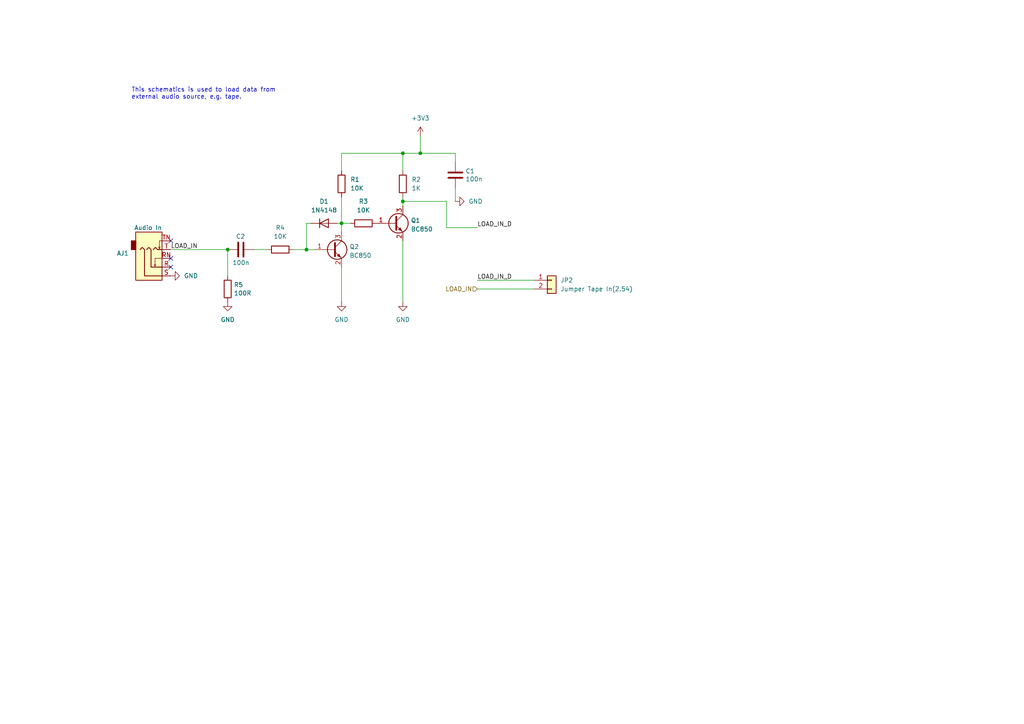
<source format=kicad_sch>
(kicad_sch (version 20250114) (generator "eeschema") (generator_version "9.0")
  (paper "A4")
  (title_block (title "MiniFRANK RM1") (date "2025-03-04") (rev "2.01") (company "Mikhail Matveev") (comment 1 "https://github.com/xtremespb/frank"))
  (lib_symbols
    (symbol "BC850_1" (pin_names (offset 0) (hide yes))
      (property "Reference" "Q" (at 5.08 1.905 0))
      (property "Value" "BC850" (at 5.08 0 0))
      (symbol "BC850_1_0_1"
        (polyline (pts (xy -2.54 0) (xy 0.635 0)))
        (polyline (pts (xy 0.635 1.905) (xy 0.635 -1.905)) (stroke (width 0.508)))
        (circle (center 1.27 0) (radius 2.8194) (stroke (width 0.254)))
      )
      (symbol "BC850_1_1_1"
        (polyline (pts (xy 0.635 0.635) (xy 2.54 2.54)))
        (polyline (pts (xy 0.635 -0.635) (xy 2.54 -2.54)))
        (polyline (pts (xy 1.27 -1.778) (xy 1.778 -1.27) (xy 2.286 -2.286) (xy 1.27 -1.778)) (fill (type outline)))
        (pin input line (at -5.08 0 0) (length 2.54) (name "B") (number "1"))
        (pin passive line (at 2.54 5.08 270) (length 2.54) (name "C") (number "3"))
        (pin passive line (at 2.54 -5.08 90) (length 2.54) (name "E") (number "2"))
      )
    )
    (symbol "Connector_Generic:Conn_01x02" (pin_names (offset 1.016) (hide yes))
      (property "Reference" "J" (at 0 2.54 0))
      (property "Value" "Conn_01x02" (at 0 -5.08 0))
      (symbol "Conn_01x02_1_1"
        (rectangle (start -1.27 1.27) (end 1.27 -3.81) (stroke (width 0.254)) (fill (type background)))
        (rectangle (start -1.27 0.127) (end 0 -0.127) (stroke (width 0.1524)))
        (rectangle (start -1.27 -2.413) (end 0 -2.667) (stroke (width 0.1524)))
        (pin passive line (at -5.08 0 0) (length 3.81) (name "Pin_1") (number "1"))
        (pin passive line (at -5.08 -2.54 0) (length 3.81) (name "Pin_2") (number "2"))
      )
    )
    (symbol "Device:C" (pin_numbers (hide yes)) (pin_names (offset 0.254))
      (property "Reference" "C" (at 0.635 2.54 0))
      (property "Value" "C" (at 0.635 -2.54 0))
      (symbol "C_0_1"
        (polyline (pts (xy -2.032 0.762) (xy 2.032 0.762)) (stroke (width 0.508)))
        (polyline (pts (xy -2.032 -0.762) (xy 2.032 -0.762)) (stroke (width 0.508)))
      )
      (symbol "C_1_1"
        (pin passive line (at 0 3.81 270) (length 2.794) (name "~") (number "1"))
        (pin passive line (at 0 -3.81 90) (length 2.794) (name "~") (number "2"))
      )
    )
    (symbol "Device:D" (pin_numbers (hide yes)) (pin_names (offset 1.016) (hide yes))
      (property "Reference" "D" (at 0 2.54 0))
      (property "Value" "D" (at 0 -2.54 0))
      (symbol "D_0_1"
        (polyline (pts (xy -1.27 1.27) (xy -1.27 -1.27)) (stroke (width 0.254)))
        (polyline (pts (xy 1.27 1.27) (xy 1.27 -1.27) (xy -1.27 0) (xy 1.27 1.27)) (stroke (width 0.254)))
        (polyline (pts (xy 1.27 0) (xy -1.27 0)))
      )
      (symbol "D_1_1"
        (pin passive line (at -3.81 0 0) (length 2.54) (name "K") (number "1"))
        (pin passive line (at 3.81 0 180) (length 2.54) (name "A") (number "2"))
      )
    )
    (symbol "Device:R" (pin_numbers (hide yes)) (pin_names (offset 0))
      (property "Reference" "R" (at 2.032 0 90))
      (property "Value" "R" (at 0 0 90))
      (symbol "R_0_1"
        (rectangle (start -1.016 -2.54) (end 1.016 2.54) (stroke (width 0.254)))
      )
      (symbol "R_1_1"
        (pin passive line (at 0 3.81 270) (length 1.27) (name "~") (number "1"))
        (pin passive line (at 0 -3.81 90) (length 1.27) (name "~") (number "2"))
      )
    )
    (symbol "FRANK:AudioJack_3.5mm"
      (property "Reference" "AJ2" (at -7.1119 -4.0097 0))
      (symbol "AudioJack_3.5mm_0_1"
        (rectangle (start -5.08 -5.08) (end -6.35 -7.62) (stroke (width 0.254)) (fill (type outline)))
        (polyline (pts (xy -1.905 -5.08) (xy -1.27 -5.715) (xy -0.635 -5.08) (xy -0.635 0) (xy 2.54 0)) (stroke (width 0.254)))
        (polyline (pts (xy 0 -5.08) (xy 0.635 -5.715) (xy 1.27 -5.08) (xy 2.54 -5.08)) (stroke (width 0.254)))
        (polyline (pts (xy 0.508 -0.254) (xy 0.762 -0.762)))
        (polyline (pts (xy 1.778 -5.334) (xy 2.032 -5.842)))
        (rectangle (start 2.54 3.81) (end -5.08 -10.16) (stroke (width 0.254)) (fill (type background)))
        (polyline (pts (xy 2.54 2.54) (xy -2.54 2.54) (xy -2.54 -5.08) (xy -3.175 -5.715) (xy -3.81 -5.08)) (stroke (width 0.254)))
        (polyline (pts (xy 2.54 -2.54) (xy 0.508 -2.54) (xy 0.508 -0.254) (xy 0.254 -0.762)))
        (polyline (pts (xy 2.54 -7.62) (xy 1.778 -7.62) (xy 1.778 -5.334) (xy 1.524 -5.842)))
      )
      (symbol "AudioJack_3.5mm_1_1"
        (pin passive line (at 5.08 2.54 180) (length 2.54) (name "~") (number "S"))
        (pin passive line (at 5.08 0 180) (length 2.54) (name "~") (number "R"))
        (pin passive line (at 5.08 -2.54 180) (length 2.54) (name "~") (number "RN"))
        (pin passive line (at 5.08 -5.08 180) (length 2.54) (name "~") (number "T"))
        (pin passive line (at 5.08 -7.62 180) (length 2.54) (name "~") (number "TN"))
      )
    )
    (symbol "GND_1" (power) (pin_numbers (hide yes)) (pin_names (offset 0) (hide yes))
      (property "Value" "GND" (at 0 -3.81 0))
      (symbol "GND_1_0_1"
        (polyline (pts (xy 0 0) (xy 0 -1.27) (xy 1.27 -1.27) (xy 0 -2.54) (xy -1.27 -1.27) (xy 0 -1.27)))
      )
      (symbol "GND_1_1_1"
        (pin power_in line (at 0 0 270) (length 0) (name "~") (number "1"))
      )
    )
    (symbol "GND_2" (power) (pin_numbers (hide yes)) (pin_names (offset 0) (hide yes))
      (property "Value" "GND" (at 0 -3.81 0))
      (symbol "GND_2_0_1"
        (polyline (pts (xy 0 0) (xy 0 -1.27) (xy 1.27 -1.27) (xy 0 -2.54) (xy -1.27 -1.27) (xy 0 -1.27)))
      )
      (symbol "GND_2_1_1"
        (pin power_in line (at 0 0 270) (length 0) (name "~") (number "1"))
      )
    )
    (symbol "GND_3" (power) (pin_numbers (hide yes)) (pin_names (offset 0) (hide yes))
      (property "Value" "GND" (at 0 -3.81 0))
      (symbol "GND_3_0_1"
        (polyline (pts (xy 0 0) (xy 0 -1.27) (xy 1.27 -1.27) (xy 0 -2.54) (xy -1.27 -1.27) (xy 0 -1.27)))
      )
      (symbol "GND_3_1_1"
        (pin power_in line (at 0 0 270) (length 0) (name "~") (number "1"))
      )
    )
    (symbol "GND_4" (power) (pin_numbers (hide yes)) (pin_names (offset 0) (hide yes))
      (property "Value" "GND" (at 0 -3.81 0))
      (symbol "GND_4_0_1"
        (polyline (pts (xy 0 0) (xy 0 -1.27) (xy 1.27 -1.27) (xy 0 -2.54) (xy -1.27 -1.27) (xy 0 -1.27)))
      )
      (symbol "GND_4_1_1"
        (pin power_in line (at 0 0 270) (length 0) (name "~") (number "1"))
      )
    )
    (symbol "Transistor_BJT:BC850" (pin_names (offset 0) (hide yes))
      (property "Reference" "Q" (at 5.08 1.905 0))
      (property "Value" "BC850" (at 5.08 0 0))
      (symbol "BC850_0_1"
        (polyline (pts (xy -2.54 0) (xy 0.635 0)))
        (polyline (pts (xy 0.635 1.905) (xy 0.635 -1.905)) (stroke (width 0.508)))
        (circle (center 1.27 0) (radius 2.8194) (stroke (width 0.254)))
      )
      (symbol "BC850_1_1"
        (polyline (pts (xy 0.635 0.635) (xy 2.54 2.54)))
        (polyline (pts (xy 0.635 -0.635) (xy 2.54 -2.54)))
        (polyline (pts (xy 1.27 -1.778) (xy 1.778 -1.27) (xy 2.286 -2.286) (xy 1.27 -1.778)) (fill (type outline)))
        (pin input line (at -5.08 0 0) (length 2.54) (name "B") (number "1"))
        (pin passive line (at 2.54 5.08 270) (length 2.54) (name "C") (number "3"))
        (pin passive line (at 2.54 -5.08 90) (length 2.54) (name "E") (number "2"))
      )
    )
    (symbol "power:+3V3" (power) (pin_numbers (hide yes)) (pin_names (offset 0) (hide yes))
      (property "Value" "+3V3" (at 0 3.556 0))
      (symbol "+3V3_0_1"
        (polyline (pts (xy -0.762 1.27) (xy 0 2.54)))
        (polyline (pts (xy 0 2.54) (xy 0.762 1.27)))
        (polyline (pts (xy 0 0) (xy 0 2.54)))
      )
      (symbol "+3V3_1_1"
        (pin power_in line (at 0 0 90) (length 0) (name "~") (number "1"))
      )
    )
    (symbol "power:GND" (power) (pin_numbers (hide yes)) (pin_names (offset 0) (hide yes))
      (property "Value" "GND" (at 0 -3.81 0))
      (symbol "GND_0_1"
        (polyline (pts (xy 0 0) (xy 0 -1.27) (xy 1.27 -1.27) (xy 0 -2.54) (xy -1.27 -1.27) (xy 0 -1.27)))
      )
      (symbol "GND_1_1"
        (pin power_in line (at 0 0 270) (length 0) (name "~") (number "1"))
      )
    )
  )
  (text "This schematics is used to load data from\nexternal audio source, e.g. tape." (at 38.1 27.178 0) (effects (font (size 1.27 1.27)) (justify left)))
  (junction (at 116.84 58.42))
  (junction (at 88.9 72.39))
  (junction (at 66.04 72.39))
  (junction (at 99.06 64.77))
  (junction (at 121.92 44.45))
  (junction (at 116.84 44.45))
  (no_connect (at 49.53 69.85))
  (no_connect (at 49.53 74.93))
  (no_connect (at 49.53 77.47))
  (wire (pts (xy 116.84 58.42) (xy 129.54 58.42)))
  (wire (pts (xy 99.06 64.77) (xy 99.06 67.31)))
  (wire (pts (xy 85.09 72.39) (xy 88.9 72.39)))
  (wire (pts (xy 121.92 44.45) (xy 132.08 44.45)))
  (wire (pts (xy 129.54 58.42) (xy 129.54 66.04)))
  (wire (pts (xy 97.79 64.77) (xy 99.06 64.77)))
  (wire (pts (xy 88.9 72.39) (xy 91.44 72.39)))
  (wire (pts (xy 138.43 81.28) (xy 154.94 81.28)))
  (wire (pts (xy 116.84 58.42) (xy 116.84 59.69)))
  (wire (pts (xy 90.17 64.77) (xy 88.9 64.77)))
  (wire (pts (xy 129.54 66.04) (xy 138.43 66.04)))
  (wire (pts (xy 88.9 64.77) (xy 88.9 72.39)))
  (wire (pts (xy 73.66 72.39) (xy 77.47 72.39)))
  (wire (pts (xy 116.84 44.45) (xy 121.92 44.45)))
  (wire (pts (xy 99.06 77.47) (xy 99.06 87.63)))
  (wire (pts (xy 116.84 44.45) (xy 116.84 49.53)))
  (wire (pts (xy 99.06 44.45) (xy 99.06 49.53)))
  (wire (pts (xy 121.92 39.37) (xy 121.92 44.45)))
  (wire (pts (xy 116.84 69.85) (xy 116.84 87.63)))
  (wire (pts (xy 132.08 54.61) (xy 132.08 58.42)))
  (wire (pts (xy 99.06 44.45) (xy 116.84 44.45)))
  (wire (pts (xy 132.08 44.45) (xy 132.08 46.99)))
  (wire (pts (xy 49.53 72.39) (xy 66.04 72.39)))
  (wire (pts (xy 99.06 57.15) (xy 99.06 64.77)))
  (wire (pts (xy 116.84 57.15) (xy 116.84 58.42)))
  (wire (pts (xy 66.04 72.39) (xy 66.04 80.01)))
  (wire (pts (xy 99.06 64.77) (xy 101.6 64.77)))
  (wire (pts (xy 138.43 83.82) (xy 154.94 83.82)))
  (label "LOAD_IN_D" (at 138.43 81.28 0))
  (label "LOAD_IN_D" (at 138.43 66.04 0))
  (label "LOAD_IN" (at 49.53 72.39 0))
  (hierarchical_label "LOAD_IN" (shape input) (at 138.43 83.82 180))
  (symbol (lib_id "Device:D") (at 93.98 64.77 0) (unit 1)
    (property "Reference" "D5" (at 93.98 58.42 0))
    (property "Value" "1N4148" (at 93.98 60.96 0))
    (property "Footprint" "FRANK:Diode (SOD-323)" (effects (hide yes)))
    (property "Datasheet" "https://www.vishay.com/docs/40002/293d.pdf" (effects (hide yes)))
    (property "Description" "Diode" (effects (hide yes)))
    (property "Sim.Device" "D" (effects (hide yes)))
    (property "Sim.Pins" "1=K 2=A" (effects (hide yes)))
    (property "AliExpress" "https://www.aliexpress.com/item/1005005707644429.html" (effects (hide yes)))
    (instances (project "" (path "" (reference "D1") (unit 1))) (project "" (path "" (reference "D5") (unit 1))))
  )
  (symbol (lib_name "GND_2") (lib_id "power:GND") (at 99.06 87.63 0) (unit 1)
    (property "Reference" "#PWR055" (effects (hide yes)))
    (property "Value" "GND" (at 99.06 92.71 0))
    (property "Description" "Power symbol creates a global label with name \"GND\" , ground" (effects (hide yes)))
    (instances (project "" (path "" (reference "#PWR07") (unit 1))) (project "" (path "" (reference "#PWR055") (unit 1))))
  )
  (symbol (lib_id "Device:R") (at 105.41 64.77 90) (unit 1)
    (property "Reference" "R25" (at 105.41 58.42 90))
    (property "Value" "10K" (at 105.41 60.96 90))
    (property "Footprint" "FRANK:Resistor (0805)" (effects (hide yes)))
    (property "Datasheet" "https://www.vishay.com/docs/28952/mcs0402at-mct0603at-mcu0805at-mca1206at.pdf" (effects (hide yes)))
    (property "AliExpress" "https://www.aliexpress.com/item/1005005945735199.html" (effects (hide yes)))
    (instances (project "38NJU24" (path "" (reference "R3") (unit 1))) (project "38NJU24" (path "" (reference "R25") (unit 1))))
  )
  (symbol (lib_id "power:GND") (at 66.04 87.63 0) (unit 1)
    (property "Reference" "#PWR054" (effects (hide yes)))
    (property "Value" "GND" (at 66.04 92.71 0))
    (property "Description" "Power symbol creates a global label with name \"GND\" , ground" (effects (hide yes)))
    (instances (project "" (path "" (reference "#PWR06") (unit 1))) (project "" (path "" (reference "#PWR054") (unit 1))))
  )
  (symbol (lib_id "Device:R") (at 116.84 53.34 0) (unit 1)
    (property "Reference" "R24" (at 119.38 52.0699 0) (effects (justify left)))
    (property "Value" "1K" (at 119.38 54.6099 0) (effects (justify left)))
    (property "Footprint" "FRANK:Resistor (0805)" (effects (hide yes)))
    (property "Datasheet" "https://www.vishay.com/docs/28952/mcs0402at-mct0603at-mcu0805at-mca1206at.pdf" (effects (hide yes)))
    (property "AliExpress" "https://www.aliexpress.com/item/1005005945735199.html" (effects (hide yes)))
    (instances (project "38NJU24" (path "" (reference "R2") (unit 1))) (project "38NJU24" (path "" (reference "R24") (unit 1))))
  )
  (symbol (lib_id "FRANK:AudioJack_3.5mm") (at 44.45 77.47 0) (mirror x) (unit 1)
    (property "Reference" "AJ1" (at 37.3381 73.4603 0) (effects (justify right)))
    (property "Value" "Audio In" (at 46.99 66.04 0) (effects (justify right)))
    (property "Footprint" "FRANK:Jack (3.5mm)" (effects (hide yes)))
    (property "Datasheet" "https://eu.mouser.com/datasheet/2/1628/sj1_353xng-3511142.pdf" (effects (hide yes)))
    (property "Description" "Audio Jack, 3 Poles (Stereo / TRS), Switched TR Poles (Normalling)" (effects (hide yes)))
    (property "AliExpress" "https://www.aliexpress.com/item/1005006710837751.html" (effects (hide yes)))
  )
  (symbol (lib_id "Device:C") (at 69.85 72.39 90) (unit 1)
    (property "Reference" "C23" (at 71.12 68.58 90) (effects (justify left)))
    (property "Value" "100n" (at 72.39 76.2 90) (effects (justify left)))
    (property "Footprint" "FRANK:Capacitor (0805)" (effects (hide yes)))
    (property "Datasheet" "https://eu.mouser.com/datasheet/2/447/KEM_C1075_X7R_HT_SMD-3316221.pdf" (effects (hide yes)))
    (property "AliExpress" "https://www.aliexpress.com/item/33008008276.html" (effects (hide yes)))
    (instances (project "38NJU24" (path "" (reference "C2") (unit 1))) (project "38NJU24" (path "" (reference "C23") (unit 1))))
  )
  (symbol (lib_name "GND_1") (lib_id "power:GND") (at 49.53 80.01 90) (unit 1)
    (property "Reference" "#PWR053" (effects (hide yes)))
    (property "Value" "GND" (at 53.34 80.0099 90) (effects (justify right)))
    (property "Description" "Power symbol creates a global label with name \"GND\" , ground" (effects (hide yes)))
    (instances (project "" (path "" (reference "#PWR05") (unit 1))) (project "" (path "" (reference "#PWR053") (unit 1))))
  )
  (symbol (lib_id "Device:R") (at 81.28 72.39 90) (unit 1)
    (property "Reference" "R26" (at 81.28 66.04 90))
    (property "Value" "10K" (at 81.28 68.58 90))
    (property "Footprint" "FRANK:Resistor (0805)" (effects (hide yes)))
    (property "Datasheet" "https://www.vishay.com/docs/28952/mcs0402at-mct0603at-mcu0805at-mca1206at.pdf" (effects (hide yes)))
    (property "AliExpress" "https://www.aliexpress.com/item/1005005945735199.html" (effects (hide yes)))
    (instances (project "38NJU24" (path "" (reference "R4") (unit 1))) (project "38NJU24" (path "" (reference "R26") (unit 1))))
  )
  (symbol (lib_name "GND_4") (lib_id "power:GND") (at 132.08 58.42 90) (unit 1)
    (property "Reference" "#PWR052" (effects (hide yes)))
    (property "Value" "GND" (at 135.89 58.4199 90) (effects (justify right)))
    (property "Description" "Power symbol creates a global label with name \"GND\" , ground" (effects (hide yes)))
    (instances (project "" (path "" (reference "#PWR04") (unit 1))) (project "" (path "" (reference "#PWR052") (unit 1))))
  )
  (symbol (lib_id "Connector_Generic:Conn_01x02") (at 160.02 81.28 0) (unit 1)
    (property "Reference" "JP2" (at 162.56 81.2799 0) (effects (justify left)))
    (property "Value" "Jumper Tape In(2.54)" (at 162.56 83.8199 0) (effects (justify left)))
    (property "Footprint" "FRANK:Pin Header (1x02)" (effects (hide yes)))
    (property "Description" "Generic connector, single row, 01x02, script generated (kicad-library-utils/schlib/autogen/connector/)" (effects (hide yes)))
    (property "AliExpress" "https://www.aliexpress.com/item/1005006454399822.html" (effects (hide yes)))
  )
  (symbol (lib_name "GND_3") (lib_id "power:GND") (at 116.84 87.63 0) (unit 1)
    (property "Reference" "#PWR056" (effects (hide yes)))
    (property "Value" "GND" (at 116.84 92.71 0))
    (property "Description" "Power symbol creates a global label with name \"GND\" , ground" (effects (hide yes)))
    (instances (project "" (path "" (reference "#PWR08") (unit 1))) (project "" (path "" (reference "#PWR056") (unit 1))))
  )
  (symbol (lib_id "power:+3V3") (at 121.92 39.37 0) (unit 1)
    (property "Reference" "#PWR051" (effects (hide yes)))
    (property "Value" "+3V3" (at 121.92 34.29 0))
    (property "Description" "Power symbol creates a global label with name \"+3V3\"" (effects (hide yes)))
    (instances (project "" (path "" (reference "#PWR03") (unit 1))) (project "" (path "" (reference "#PWR051") (unit 1))))
  )
  (symbol (lib_id "Device:C") (at 132.08 50.8 0) (unit 1)
    (property "Reference" "C22" (at 135.001 49.6316 0) (effects (justify left)))
    (property "Value" "100n" (at 135.001 51.943 0) (effects (justify left)))
    (property "Footprint" "FRANK:Capacitor (0805)" (effects (hide yes)))
    (property "Datasheet" "https://eu.mouser.com/datasheet/2/447/KEM_C1075_X7R_HT_SMD-3316221.pdf" (effects (hide yes)))
    (property "AliExpress" "https://www.aliexpress.com/item/33008008276.html" (effects (hide yes)))
    (instances (project "38NJU24" (path "" (reference "C1") (unit 1))) (project "38NJU24" (path "" (reference "C22") (unit 1))))
  )
  (symbol (lib_id "Device:R") (at 66.04 83.82 0) (unit 1)
    (property "Reference" "R27" (at 67.818 82.6078 0) (effects (justify left)))
    (property "Value" "100R" (at 67.818 85.0321 0) (effects (justify left)))
    (property "Footprint" "FRANK:Resistor (0805)" (effects (hide yes)))
    (property "Datasheet" "https://www.vishay.com/docs/28952/mcs0402at-mct0603at-mcu0805at-mca1206at.pdf" (effects (hide yes)))
    (property "AliExpress" "https://www.aliexpress.com/item/1005005945735199.html" (effects (hide yes)))
    (instances (project "38NJU24" (path "" (reference "R5") (unit 1))) (project "38NJU24" (path "" (reference "R27") (unit 1))))
  )
  (symbol (lib_name "BC850_1") (lib_id "Transistor_BJT:BC850") (at 96.52 72.39 0) (unit 1)
    (property "Reference" "Q2" (at 101.3714 71.5553 0) (effects (justify left)))
    (property "Value" "BC850" (at 101.3714 74.0922 0) (effects (justify left)))
    (property "Footprint" "FRANK:SOT-23" (effects (hide yes)))
    (property "Datasheet" "http://www.infineon.com/dgdl/Infineon-BC847SERIES_BC848SERIES_BC849SERIES_BC850SERIES-DS-v01_01-en.pdf?fileId=db3a304314dca389011541d4630a1657" (effects (hide yes)))
    (property "Description" "0.1A Ic, 45V Vce, NPN Transistor, SOT-23" (effects (hide yes)))
    (property "AliExpress" "https://www.aliexpress.com/item/33017911878.html" (effects (hide yes)))
  )
  (symbol (lib_id "Device:R") (at 99.06 53.34 0) (unit 1)
    (property "Reference" "R23" (at 101.6 52.0699 0) (effects (justify left)))
    (property "Value" "10K" (at 101.6 54.6099 0) (effects (justify left)))
    (property "Footprint" "FRANK:Resistor (0805)" (effects (hide yes)))
    (property "Datasheet" "https://www.vishay.com/docs/28952/mcs0402at-mct0603at-mcu0805at-mca1206at.pdf" (effects (hide yes)))
    (property "AliExpress" "https://www.aliexpress.com/item/1005005945735199.html" (effects (hide yes)))
    (instances (project "38NJU24" (path "" (reference "R1") (unit 1))) (project "38NJU24" (path "" (reference "R23") (unit 1))))
  )
  (symbol (lib_id "Transistor_BJT:BC850") (at 114.3 64.77 0) (unit 1)
    (property "Reference" "Q1" (at 119.1514 63.9353 0) (effects (justify left)))
    (property "Value" "BC850" (at 119.1514 66.4722 0) (effects (justify left)))
    (property "Footprint" "FRANK:SOT-23" (effects (hide yes)))
    (property "Datasheet" "http://www.infineon.com/dgdl/Infineon-BC847SERIES_BC848SERIES_BC849SERIES_BC850SERIES-DS-v01_01-en.pdf?fileId=db3a304314dca389011541d4630a1657" (effects (hide yes)))
    (property "Description" "0.1A Ic, 45V Vce, NPN Transistor, SOT-23" (effects (hide yes)))
    (property "AliExpress" "https://www.aliexpress.com/item/33017911878.html" (effects (hide yes)))
  )
)
</source>
